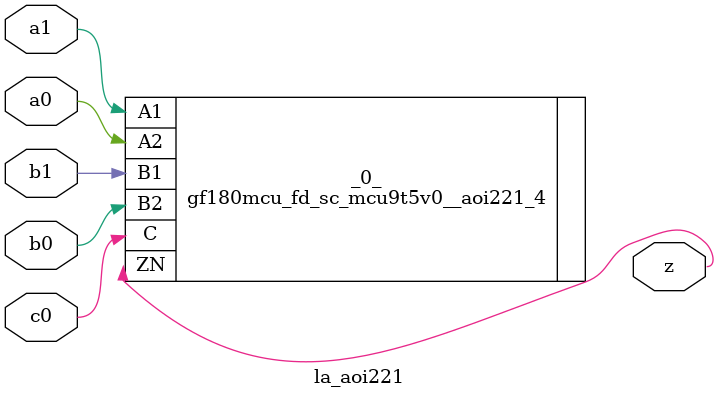
<source format=v>

/* Generated by Yosys 0.44 (git sha1 80ba43d26, g++ 11.4.0-1ubuntu1~22.04 -fPIC -O3) */

(* top =  1  *)
(* src = "inputs/la_aoi221.v:10.1-23.10" *)
module la_aoi221 (
    a0,
    a1,
    b0,
    b1,
    c0,
    z
);
  (* src = "inputs/la_aoi221.v:13.12-13.14" *)
  input a0;
  wire a0;
  (* src = "inputs/la_aoi221.v:14.12-14.14" *)
  input a1;
  wire a1;
  (* src = "inputs/la_aoi221.v:15.12-15.14" *)
  input b0;
  wire b0;
  (* src = "inputs/la_aoi221.v:16.12-16.14" *)
  input b1;
  wire b1;
  (* src = "inputs/la_aoi221.v:17.12-17.14" *)
  input c0;
  wire c0;
  (* src = "inputs/la_aoi221.v:18.12-18.13" *)
  output z;
  wire z;
  gf180mcu_fd_sc_mcu9t5v0__aoi221_4 _0_ (
      .A1(a1),
      .A2(a0),
      .B1(b1),
      .B2(b0),
      .C (c0),
      .ZN(z)
  );
endmodule

</source>
